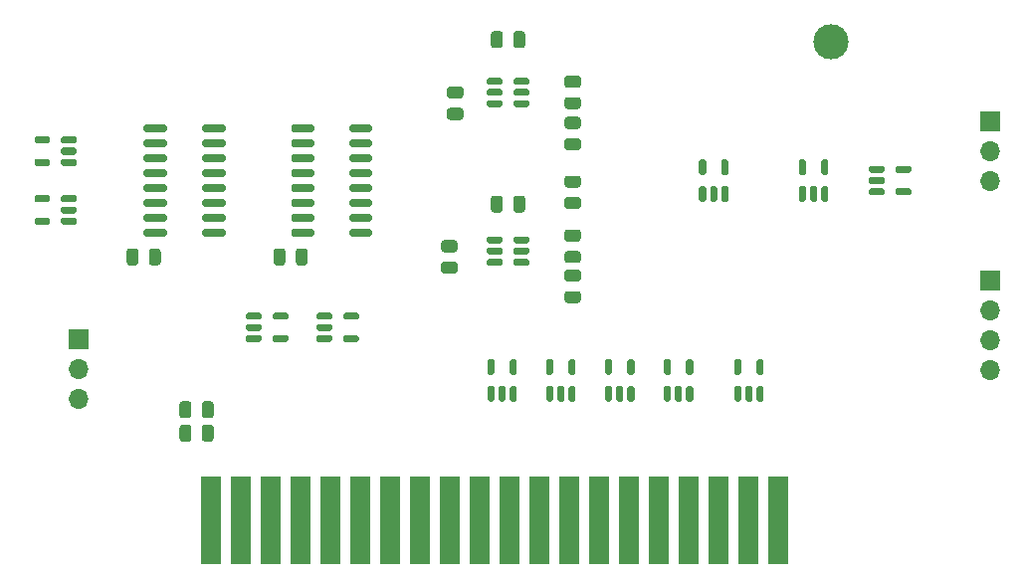
<source format=gbr>
G04 #@! TF.GenerationSoftware,KiCad,Pcbnew,(5.1.8)-1*
G04 #@! TF.CreationDate,2021-02-24T11:35:28+01:00*
G04 #@! TF.ProjectId,UART_peripheral_card_A,55415254-5f70-4657-9269-70686572616c,A V1.0*
G04 #@! TF.SameCoordinates,PX4fa1be0PY3fe56c0*
G04 #@! TF.FileFunction,Soldermask,Top*
G04 #@! TF.FilePolarity,Negative*
%FSLAX46Y46*%
G04 Gerber Fmt 4.6, Leading zero omitted, Abs format (unit mm)*
G04 Created by KiCad (PCBNEW (5.1.8)-1) date 2021-02-24 11:35:28*
%MOMM*%
%LPD*%
G01*
G04 APERTURE LIST*
%ADD10R,1.700000X7.500000*%
%ADD11C,3.000000*%
%ADD12R,1.700000X1.700000*%
%ADD13O,1.700000X1.700000*%
G04 APERTURE END LIST*
D10*
X72500000Y-49900000D03*
X69960000Y-49900000D03*
X67420000Y-49900000D03*
X64880000Y-49900000D03*
X62340000Y-49900000D03*
X59800000Y-49900000D03*
X57260000Y-49900000D03*
X54720000Y-49900000D03*
X52180000Y-49900000D03*
X49640000Y-49900000D03*
X47100000Y-49900000D03*
X44560000Y-49900000D03*
X42020000Y-49900000D03*
X39480000Y-49900000D03*
X36940000Y-49900000D03*
X34400000Y-49900000D03*
X24240000Y-49900000D03*
X26780000Y-49900000D03*
X29320000Y-49900000D03*
X31860000Y-49900000D03*
D11*
X77000000Y-9200000D03*
G36*
G01*
X24450000Y-42025000D02*
X24450000Y-42975000D01*
G75*
G02*
X24200000Y-43225000I-250000J0D01*
G01*
X23700000Y-43225000D01*
G75*
G02*
X23450000Y-42975000I0J250000D01*
G01*
X23450000Y-42025000D01*
G75*
G02*
X23700000Y-41775000I250000J0D01*
G01*
X24200000Y-41775000D01*
G75*
G02*
X24450000Y-42025000I0J-250000D01*
G01*
G37*
G36*
G01*
X22550000Y-42025000D02*
X22550000Y-42975000D01*
G75*
G02*
X22300000Y-43225000I-250000J0D01*
G01*
X21800000Y-43225000D01*
G75*
G02*
X21550000Y-42975000I0J250000D01*
G01*
X21550000Y-42025000D01*
G75*
G02*
X21800000Y-41775000I250000J0D01*
G01*
X22300000Y-41775000D01*
G75*
G02*
X22550000Y-42025000I0J-250000D01*
G01*
G37*
G36*
G01*
X22550000Y-40025000D02*
X22550000Y-40975000D01*
G75*
G02*
X22300000Y-41225000I-250000J0D01*
G01*
X21800000Y-41225000D01*
G75*
G02*
X21550000Y-40975000I0J250000D01*
G01*
X21550000Y-40025000D01*
G75*
G02*
X21800000Y-39775000I250000J0D01*
G01*
X22300000Y-39775000D01*
G75*
G02*
X22550000Y-40025000I0J-250000D01*
G01*
G37*
G36*
G01*
X24450000Y-40025000D02*
X24450000Y-40975000D01*
G75*
G02*
X24200000Y-41225000I-250000J0D01*
G01*
X23700000Y-41225000D01*
G75*
G02*
X23450000Y-40975000I0J250000D01*
G01*
X23450000Y-40025000D01*
G75*
G02*
X23700000Y-39775000I250000J0D01*
G01*
X24200000Y-39775000D01*
G75*
G02*
X24450000Y-40025000I0J-250000D01*
G01*
G37*
G36*
G01*
X49050000Y-22525000D02*
X49050000Y-23475000D01*
G75*
G02*
X48800000Y-23725000I-250000J0D01*
G01*
X48300000Y-23725000D01*
G75*
G02*
X48050000Y-23475000I0J250000D01*
G01*
X48050000Y-22525000D01*
G75*
G02*
X48300000Y-22275000I250000J0D01*
G01*
X48800000Y-22275000D01*
G75*
G02*
X49050000Y-22525000I0J-250000D01*
G01*
G37*
G36*
G01*
X50950000Y-22525000D02*
X50950000Y-23475000D01*
G75*
G02*
X50700000Y-23725000I-250000J0D01*
G01*
X50200000Y-23725000D01*
G75*
G02*
X49950000Y-23475000I0J250000D01*
G01*
X49950000Y-22525000D01*
G75*
G02*
X50200000Y-22275000I250000J0D01*
G01*
X50700000Y-22275000D01*
G75*
G02*
X50950000Y-22525000I0J-250000D01*
G01*
G37*
G36*
G01*
X17050000Y-27975000D02*
X17050000Y-27025000D01*
G75*
G02*
X17300000Y-26775000I250000J0D01*
G01*
X17800000Y-26775000D01*
G75*
G02*
X18050000Y-27025000I0J-250000D01*
G01*
X18050000Y-27975000D01*
G75*
G02*
X17800000Y-28225000I-250000J0D01*
G01*
X17300000Y-28225000D01*
G75*
G02*
X17050000Y-27975000I0J250000D01*
G01*
G37*
G36*
G01*
X18950000Y-27975000D02*
X18950000Y-27025000D01*
G75*
G02*
X19200000Y-26775000I250000J0D01*
G01*
X19700000Y-26775000D01*
G75*
G02*
X19950000Y-27025000I0J-250000D01*
G01*
X19950000Y-27975000D01*
G75*
G02*
X19700000Y-28225000I-250000J0D01*
G01*
X19200000Y-28225000D01*
G75*
G02*
X18950000Y-27975000I0J250000D01*
G01*
G37*
G36*
G01*
X50950000Y-8525000D02*
X50950000Y-9475000D01*
G75*
G02*
X50700000Y-9725000I-250000J0D01*
G01*
X50200000Y-9725000D01*
G75*
G02*
X49950000Y-9475000I0J250000D01*
G01*
X49950000Y-8525000D01*
G75*
G02*
X50200000Y-8275000I250000J0D01*
G01*
X50700000Y-8275000D01*
G75*
G02*
X50950000Y-8525000I0J-250000D01*
G01*
G37*
G36*
G01*
X49050000Y-8525000D02*
X49050000Y-9475000D01*
G75*
G02*
X48800000Y-9725000I-250000J0D01*
G01*
X48300000Y-9725000D01*
G75*
G02*
X48050000Y-9475000I0J250000D01*
G01*
X48050000Y-8525000D01*
G75*
G02*
X48300000Y-8275000I250000J0D01*
G01*
X48800000Y-8275000D01*
G75*
G02*
X49050000Y-8525000I0J-250000D01*
G01*
G37*
G36*
G01*
X31450000Y-27975000D02*
X31450000Y-27025000D01*
G75*
G02*
X31700000Y-26775000I250000J0D01*
G01*
X32200000Y-26775000D01*
G75*
G02*
X32450000Y-27025000I0J-250000D01*
G01*
X32450000Y-27975000D01*
G75*
G02*
X32200000Y-28225000I-250000J0D01*
G01*
X31700000Y-28225000D01*
G75*
G02*
X31450000Y-27975000I0J250000D01*
G01*
G37*
G36*
G01*
X29550000Y-27975000D02*
X29550000Y-27025000D01*
G75*
G02*
X29800000Y-26775000I250000J0D01*
G01*
X30300000Y-26775000D01*
G75*
G02*
X30550000Y-27025000I0J-250000D01*
G01*
X30550000Y-27975000D01*
G75*
G02*
X30300000Y-28225000I-250000J0D01*
G01*
X29800000Y-28225000D01*
G75*
G02*
X29550000Y-27975000I0J250000D01*
G01*
G37*
D12*
X90500000Y-29500000D03*
D13*
X90500000Y-32040000D03*
X90500000Y-34580000D03*
X90500000Y-37120000D03*
D12*
X90500000Y-16000000D03*
D13*
X90500000Y-18540000D03*
X90500000Y-21080000D03*
D12*
X13000000Y-34500000D03*
D13*
X13000000Y-37040000D03*
X13000000Y-39580000D03*
G36*
G01*
X54549999Y-26987500D02*
X55450001Y-26987500D01*
G75*
G02*
X55700000Y-27237499I0J-249999D01*
G01*
X55700000Y-27762501D01*
G75*
G02*
X55450001Y-28012500I-249999J0D01*
G01*
X54549999Y-28012500D01*
G75*
G02*
X54300000Y-27762501I0J249999D01*
G01*
X54300000Y-27237499D01*
G75*
G02*
X54549999Y-26987500I249999J0D01*
G01*
G37*
G36*
G01*
X54549999Y-25162500D02*
X55450001Y-25162500D01*
G75*
G02*
X55700000Y-25412499I0J-249999D01*
G01*
X55700000Y-25937501D01*
G75*
G02*
X55450001Y-26187500I-249999J0D01*
G01*
X54549999Y-26187500D01*
G75*
G02*
X54300000Y-25937501I0J249999D01*
G01*
X54300000Y-25412499D01*
G75*
G02*
X54549999Y-25162500I249999J0D01*
G01*
G37*
G36*
G01*
X54549999Y-28575000D02*
X55450001Y-28575000D01*
G75*
G02*
X55700000Y-28824999I0J-249999D01*
G01*
X55700000Y-29350001D01*
G75*
G02*
X55450001Y-29600000I-249999J0D01*
G01*
X54549999Y-29600000D01*
G75*
G02*
X54300000Y-29350001I0J249999D01*
G01*
X54300000Y-28824999D01*
G75*
G02*
X54549999Y-28575000I249999J0D01*
G01*
G37*
G36*
G01*
X54549999Y-30400000D02*
X55450001Y-30400000D01*
G75*
G02*
X55700000Y-30649999I0J-249999D01*
G01*
X55700000Y-31175001D01*
G75*
G02*
X55450001Y-31425000I-249999J0D01*
G01*
X54549999Y-31425000D01*
G75*
G02*
X54300000Y-31175001I0J249999D01*
G01*
X54300000Y-30649999D01*
G75*
G02*
X54549999Y-30400000I249999J0D01*
G01*
G37*
G36*
G01*
X44950001Y-27100000D02*
X44049999Y-27100000D01*
G75*
G02*
X43800000Y-26850001I0J249999D01*
G01*
X43800000Y-26324999D01*
G75*
G02*
X44049999Y-26075000I249999J0D01*
G01*
X44950001Y-26075000D01*
G75*
G02*
X45200000Y-26324999I0J-249999D01*
G01*
X45200000Y-26850001D01*
G75*
G02*
X44950001Y-27100000I-249999J0D01*
G01*
G37*
G36*
G01*
X44950001Y-28925000D02*
X44049999Y-28925000D01*
G75*
G02*
X43800000Y-28675001I0J249999D01*
G01*
X43800000Y-28149999D01*
G75*
G02*
X44049999Y-27900000I249999J0D01*
G01*
X44950001Y-27900000D01*
G75*
G02*
X45200000Y-28149999I0J-249999D01*
G01*
X45200000Y-28675001D01*
G75*
G02*
X44950001Y-28925000I-249999J0D01*
G01*
G37*
G36*
G01*
X54549999Y-13900000D02*
X55450001Y-13900000D01*
G75*
G02*
X55700000Y-14149999I0J-249999D01*
G01*
X55700000Y-14675001D01*
G75*
G02*
X55450001Y-14925000I-249999J0D01*
G01*
X54549999Y-14925000D01*
G75*
G02*
X54300000Y-14675001I0J249999D01*
G01*
X54300000Y-14149999D01*
G75*
G02*
X54549999Y-13900000I249999J0D01*
G01*
G37*
G36*
G01*
X54549999Y-12075000D02*
X55450001Y-12075000D01*
G75*
G02*
X55700000Y-12324999I0J-249999D01*
G01*
X55700000Y-12850001D01*
G75*
G02*
X55450001Y-13100000I-249999J0D01*
G01*
X54549999Y-13100000D01*
G75*
G02*
X54300000Y-12850001I0J249999D01*
G01*
X54300000Y-12324999D01*
G75*
G02*
X54549999Y-12075000I249999J0D01*
G01*
G37*
G36*
G01*
X54549999Y-17400000D02*
X55450001Y-17400000D01*
G75*
G02*
X55700000Y-17649999I0J-249999D01*
G01*
X55700000Y-18175001D01*
G75*
G02*
X55450001Y-18425000I-249999J0D01*
G01*
X54549999Y-18425000D01*
G75*
G02*
X54300000Y-18175001I0J249999D01*
G01*
X54300000Y-17649999D01*
G75*
G02*
X54549999Y-17400000I249999J0D01*
G01*
G37*
G36*
G01*
X54549999Y-15575000D02*
X55450001Y-15575000D01*
G75*
G02*
X55700000Y-15824999I0J-249999D01*
G01*
X55700000Y-16350001D01*
G75*
G02*
X55450001Y-16600000I-249999J0D01*
G01*
X54549999Y-16600000D01*
G75*
G02*
X54300000Y-16350001I0J249999D01*
G01*
X54300000Y-15824999D01*
G75*
G02*
X54549999Y-15575000I249999J0D01*
G01*
G37*
G36*
G01*
X45450001Y-15837500D02*
X44549999Y-15837500D01*
G75*
G02*
X44300000Y-15587501I0J249999D01*
G01*
X44300000Y-15062499D01*
G75*
G02*
X44549999Y-14812500I249999J0D01*
G01*
X45450001Y-14812500D01*
G75*
G02*
X45700000Y-15062499I0J-249999D01*
G01*
X45700000Y-15587501D01*
G75*
G02*
X45450001Y-15837500I-249999J0D01*
G01*
G37*
G36*
G01*
X45450001Y-14012500D02*
X44549999Y-14012500D01*
G75*
G02*
X44300000Y-13762501I0J249999D01*
G01*
X44300000Y-13237499D01*
G75*
G02*
X44549999Y-12987500I249999J0D01*
G01*
X45450001Y-12987500D01*
G75*
G02*
X45700000Y-13237499I0J-249999D01*
G01*
X45700000Y-13762501D01*
G75*
G02*
X45450001Y-14012500I-249999J0D01*
G01*
G37*
G36*
G01*
X55450001Y-21600000D02*
X54549999Y-21600000D01*
G75*
G02*
X54300000Y-21350001I0J249999D01*
G01*
X54300000Y-20824999D01*
G75*
G02*
X54549999Y-20575000I249999J0D01*
G01*
X55450001Y-20575000D01*
G75*
G02*
X55700000Y-20824999I0J-249999D01*
G01*
X55700000Y-21350001D01*
G75*
G02*
X55450001Y-21600000I-249999J0D01*
G01*
G37*
G36*
G01*
X55450001Y-23425000D02*
X54549999Y-23425000D01*
G75*
G02*
X54300000Y-23175001I0J249999D01*
G01*
X54300000Y-22649999D01*
G75*
G02*
X54549999Y-22400000I249999J0D01*
G01*
X55450001Y-22400000D01*
G75*
G02*
X55700000Y-22649999I0J-249999D01*
G01*
X55700000Y-23175001D01*
G75*
G02*
X55450001Y-23425000I-249999J0D01*
G01*
G37*
G36*
G01*
X48200000Y-37525000D02*
X47900000Y-37525000D01*
G75*
G02*
X47750000Y-37375000I0J150000D01*
G01*
X47750000Y-36350000D01*
G75*
G02*
X47900000Y-36200000I150000J0D01*
G01*
X48200000Y-36200000D01*
G75*
G02*
X48350000Y-36350000I0J-150000D01*
G01*
X48350000Y-37375000D01*
G75*
G02*
X48200000Y-37525000I-150000J0D01*
G01*
G37*
G36*
G01*
X50100000Y-37525000D02*
X49800000Y-37525000D01*
G75*
G02*
X49650000Y-37375000I0J150000D01*
G01*
X49650000Y-36350000D01*
G75*
G02*
X49800000Y-36200000I150000J0D01*
G01*
X50100000Y-36200000D01*
G75*
G02*
X50250000Y-36350000I0J-150000D01*
G01*
X50250000Y-37375000D01*
G75*
G02*
X50100000Y-37525000I-150000J0D01*
G01*
G37*
G36*
G01*
X50100000Y-39800000D02*
X49800000Y-39800000D01*
G75*
G02*
X49650000Y-39650000I0J150000D01*
G01*
X49650000Y-38625000D01*
G75*
G02*
X49800000Y-38475000I150000J0D01*
G01*
X50100000Y-38475000D01*
G75*
G02*
X50250000Y-38625000I0J-150000D01*
G01*
X50250000Y-39650000D01*
G75*
G02*
X50100000Y-39800000I-150000J0D01*
G01*
G37*
G36*
G01*
X49150000Y-39800000D02*
X48850000Y-39800000D01*
G75*
G02*
X48700000Y-39650000I0J150000D01*
G01*
X48700000Y-38625000D01*
G75*
G02*
X48850000Y-38475000I150000J0D01*
G01*
X49150000Y-38475000D01*
G75*
G02*
X49300000Y-38625000I0J-150000D01*
G01*
X49300000Y-39650000D01*
G75*
G02*
X49150000Y-39800000I-150000J0D01*
G01*
G37*
G36*
G01*
X48200000Y-39800000D02*
X47900000Y-39800000D01*
G75*
G02*
X47750000Y-39650000I0J150000D01*
G01*
X47750000Y-38625000D01*
G75*
G02*
X47900000Y-38475000I150000J0D01*
G01*
X48200000Y-38475000D01*
G75*
G02*
X48350000Y-38625000I0J-150000D01*
G01*
X48350000Y-39650000D01*
G75*
G02*
X48200000Y-39800000I-150000J0D01*
G01*
G37*
G36*
G01*
X53200000Y-39800000D02*
X52900000Y-39800000D01*
G75*
G02*
X52750000Y-39650000I0J150000D01*
G01*
X52750000Y-38625000D01*
G75*
G02*
X52900000Y-38475000I150000J0D01*
G01*
X53200000Y-38475000D01*
G75*
G02*
X53350000Y-38625000I0J-150000D01*
G01*
X53350000Y-39650000D01*
G75*
G02*
X53200000Y-39800000I-150000J0D01*
G01*
G37*
G36*
G01*
X54150000Y-39800000D02*
X53850000Y-39800000D01*
G75*
G02*
X53700000Y-39650000I0J150000D01*
G01*
X53700000Y-38625000D01*
G75*
G02*
X53850000Y-38475000I150000J0D01*
G01*
X54150000Y-38475000D01*
G75*
G02*
X54300000Y-38625000I0J-150000D01*
G01*
X54300000Y-39650000D01*
G75*
G02*
X54150000Y-39800000I-150000J0D01*
G01*
G37*
G36*
G01*
X55100000Y-39800000D02*
X54800000Y-39800000D01*
G75*
G02*
X54650000Y-39650000I0J150000D01*
G01*
X54650000Y-38625000D01*
G75*
G02*
X54800000Y-38475000I150000J0D01*
G01*
X55100000Y-38475000D01*
G75*
G02*
X55250000Y-38625000I0J-150000D01*
G01*
X55250000Y-39650000D01*
G75*
G02*
X55100000Y-39800000I-150000J0D01*
G01*
G37*
G36*
G01*
X55100000Y-37525000D02*
X54800000Y-37525000D01*
G75*
G02*
X54650000Y-37375000I0J150000D01*
G01*
X54650000Y-36350000D01*
G75*
G02*
X54800000Y-36200000I150000J0D01*
G01*
X55100000Y-36200000D01*
G75*
G02*
X55250000Y-36350000I0J-150000D01*
G01*
X55250000Y-37375000D01*
G75*
G02*
X55100000Y-37525000I-150000J0D01*
G01*
G37*
G36*
G01*
X53200000Y-37525000D02*
X52900000Y-37525000D01*
G75*
G02*
X52750000Y-37375000I0J150000D01*
G01*
X52750000Y-36350000D01*
G75*
G02*
X52900000Y-36200000I150000J0D01*
G01*
X53200000Y-36200000D01*
G75*
G02*
X53350000Y-36350000I0J-150000D01*
G01*
X53350000Y-37375000D01*
G75*
G02*
X53200000Y-37525000I-150000J0D01*
G01*
G37*
G36*
G01*
X69200000Y-39800000D02*
X68900000Y-39800000D01*
G75*
G02*
X68750000Y-39650000I0J150000D01*
G01*
X68750000Y-38625000D01*
G75*
G02*
X68900000Y-38475000I150000J0D01*
G01*
X69200000Y-38475000D01*
G75*
G02*
X69350000Y-38625000I0J-150000D01*
G01*
X69350000Y-39650000D01*
G75*
G02*
X69200000Y-39800000I-150000J0D01*
G01*
G37*
G36*
G01*
X70150000Y-39800000D02*
X69850000Y-39800000D01*
G75*
G02*
X69700000Y-39650000I0J150000D01*
G01*
X69700000Y-38625000D01*
G75*
G02*
X69850000Y-38475000I150000J0D01*
G01*
X70150000Y-38475000D01*
G75*
G02*
X70300000Y-38625000I0J-150000D01*
G01*
X70300000Y-39650000D01*
G75*
G02*
X70150000Y-39800000I-150000J0D01*
G01*
G37*
G36*
G01*
X71100000Y-39800000D02*
X70800000Y-39800000D01*
G75*
G02*
X70650000Y-39650000I0J150000D01*
G01*
X70650000Y-38625000D01*
G75*
G02*
X70800000Y-38475000I150000J0D01*
G01*
X71100000Y-38475000D01*
G75*
G02*
X71250000Y-38625000I0J-150000D01*
G01*
X71250000Y-39650000D01*
G75*
G02*
X71100000Y-39800000I-150000J0D01*
G01*
G37*
G36*
G01*
X71100000Y-37525000D02*
X70800000Y-37525000D01*
G75*
G02*
X70650000Y-37375000I0J150000D01*
G01*
X70650000Y-36350000D01*
G75*
G02*
X70800000Y-36200000I150000J0D01*
G01*
X71100000Y-36200000D01*
G75*
G02*
X71250000Y-36350000I0J-150000D01*
G01*
X71250000Y-37375000D01*
G75*
G02*
X71100000Y-37525000I-150000J0D01*
G01*
G37*
G36*
G01*
X69200000Y-37525000D02*
X68900000Y-37525000D01*
G75*
G02*
X68750000Y-37375000I0J150000D01*
G01*
X68750000Y-36350000D01*
G75*
G02*
X68900000Y-36200000I150000J0D01*
G01*
X69200000Y-36200000D01*
G75*
G02*
X69350000Y-36350000I0J-150000D01*
G01*
X69350000Y-37375000D01*
G75*
G02*
X69200000Y-37525000I-150000J0D01*
G01*
G37*
G36*
G01*
X63200000Y-39800000D02*
X62900000Y-39800000D01*
G75*
G02*
X62750000Y-39650000I0J150000D01*
G01*
X62750000Y-38625000D01*
G75*
G02*
X62900000Y-38475000I150000J0D01*
G01*
X63200000Y-38475000D01*
G75*
G02*
X63350000Y-38625000I0J-150000D01*
G01*
X63350000Y-39650000D01*
G75*
G02*
X63200000Y-39800000I-150000J0D01*
G01*
G37*
G36*
G01*
X64150000Y-39800000D02*
X63850000Y-39800000D01*
G75*
G02*
X63700000Y-39650000I0J150000D01*
G01*
X63700000Y-38625000D01*
G75*
G02*
X63850000Y-38475000I150000J0D01*
G01*
X64150000Y-38475000D01*
G75*
G02*
X64300000Y-38625000I0J-150000D01*
G01*
X64300000Y-39650000D01*
G75*
G02*
X64150000Y-39800000I-150000J0D01*
G01*
G37*
G36*
G01*
X65100000Y-39800000D02*
X64800000Y-39800000D01*
G75*
G02*
X64650000Y-39650000I0J150000D01*
G01*
X64650000Y-38625000D01*
G75*
G02*
X64800000Y-38475000I150000J0D01*
G01*
X65100000Y-38475000D01*
G75*
G02*
X65250000Y-38625000I0J-150000D01*
G01*
X65250000Y-39650000D01*
G75*
G02*
X65100000Y-39800000I-150000J0D01*
G01*
G37*
G36*
G01*
X65100000Y-37525000D02*
X64800000Y-37525000D01*
G75*
G02*
X64650000Y-37375000I0J150000D01*
G01*
X64650000Y-36350000D01*
G75*
G02*
X64800000Y-36200000I150000J0D01*
G01*
X65100000Y-36200000D01*
G75*
G02*
X65250000Y-36350000I0J-150000D01*
G01*
X65250000Y-37375000D01*
G75*
G02*
X65100000Y-37525000I-150000J0D01*
G01*
G37*
G36*
G01*
X63200000Y-37525000D02*
X62900000Y-37525000D01*
G75*
G02*
X62750000Y-37375000I0J150000D01*
G01*
X62750000Y-36350000D01*
G75*
G02*
X62900000Y-36200000I150000J0D01*
G01*
X63200000Y-36200000D01*
G75*
G02*
X63350000Y-36350000I0J-150000D01*
G01*
X63350000Y-37375000D01*
G75*
G02*
X63200000Y-37525000I-150000J0D01*
G01*
G37*
G36*
G01*
X58200000Y-37525000D02*
X57900000Y-37525000D01*
G75*
G02*
X57750000Y-37375000I0J150000D01*
G01*
X57750000Y-36350000D01*
G75*
G02*
X57900000Y-36200000I150000J0D01*
G01*
X58200000Y-36200000D01*
G75*
G02*
X58350000Y-36350000I0J-150000D01*
G01*
X58350000Y-37375000D01*
G75*
G02*
X58200000Y-37525000I-150000J0D01*
G01*
G37*
G36*
G01*
X60100000Y-37525000D02*
X59800000Y-37525000D01*
G75*
G02*
X59650000Y-37375000I0J150000D01*
G01*
X59650000Y-36350000D01*
G75*
G02*
X59800000Y-36200000I150000J0D01*
G01*
X60100000Y-36200000D01*
G75*
G02*
X60250000Y-36350000I0J-150000D01*
G01*
X60250000Y-37375000D01*
G75*
G02*
X60100000Y-37525000I-150000J0D01*
G01*
G37*
G36*
G01*
X60100000Y-39800000D02*
X59800000Y-39800000D01*
G75*
G02*
X59650000Y-39650000I0J150000D01*
G01*
X59650000Y-38625000D01*
G75*
G02*
X59800000Y-38475000I150000J0D01*
G01*
X60100000Y-38475000D01*
G75*
G02*
X60250000Y-38625000I0J-150000D01*
G01*
X60250000Y-39650000D01*
G75*
G02*
X60100000Y-39800000I-150000J0D01*
G01*
G37*
G36*
G01*
X59150000Y-39800000D02*
X58850000Y-39800000D01*
G75*
G02*
X58700000Y-39650000I0J150000D01*
G01*
X58700000Y-38625000D01*
G75*
G02*
X58850000Y-38475000I150000J0D01*
G01*
X59150000Y-38475000D01*
G75*
G02*
X59300000Y-38625000I0J-150000D01*
G01*
X59300000Y-39650000D01*
G75*
G02*
X59150000Y-39800000I-150000J0D01*
G01*
G37*
G36*
G01*
X58200000Y-39800000D02*
X57900000Y-39800000D01*
G75*
G02*
X57750000Y-39650000I0J150000D01*
G01*
X57750000Y-38625000D01*
G75*
G02*
X57900000Y-38475000I150000J0D01*
G01*
X58200000Y-38475000D01*
G75*
G02*
X58350000Y-38625000I0J-150000D01*
G01*
X58350000Y-39650000D01*
G75*
G02*
X58200000Y-39800000I-150000J0D01*
G01*
G37*
G36*
G01*
X66200000Y-22800000D02*
X65900000Y-22800000D01*
G75*
G02*
X65750000Y-22650000I0J150000D01*
G01*
X65750000Y-21625000D01*
G75*
G02*
X65900000Y-21475000I150000J0D01*
G01*
X66200000Y-21475000D01*
G75*
G02*
X66350000Y-21625000I0J-150000D01*
G01*
X66350000Y-22650000D01*
G75*
G02*
X66200000Y-22800000I-150000J0D01*
G01*
G37*
G36*
G01*
X67150000Y-22800000D02*
X66850000Y-22800000D01*
G75*
G02*
X66700000Y-22650000I0J150000D01*
G01*
X66700000Y-21625000D01*
G75*
G02*
X66850000Y-21475000I150000J0D01*
G01*
X67150000Y-21475000D01*
G75*
G02*
X67300000Y-21625000I0J-150000D01*
G01*
X67300000Y-22650000D01*
G75*
G02*
X67150000Y-22800000I-150000J0D01*
G01*
G37*
G36*
G01*
X68100000Y-22800000D02*
X67800000Y-22800000D01*
G75*
G02*
X67650000Y-22650000I0J150000D01*
G01*
X67650000Y-21625000D01*
G75*
G02*
X67800000Y-21475000I150000J0D01*
G01*
X68100000Y-21475000D01*
G75*
G02*
X68250000Y-21625000I0J-150000D01*
G01*
X68250000Y-22650000D01*
G75*
G02*
X68100000Y-22800000I-150000J0D01*
G01*
G37*
G36*
G01*
X68100000Y-20525000D02*
X67800000Y-20525000D01*
G75*
G02*
X67650000Y-20375000I0J150000D01*
G01*
X67650000Y-19350000D01*
G75*
G02*
X67800000Y-19200000I150000J0D01*
G01*
X68100000Y-19200000D01*
G75*
G02*
X68250000Y-19350000I0J-150000D01*
G01*
X68250000Y-20375000D01*
G75*
G02*
X68100000Y-20525000I-150000J0D01*
G01*
G37*
G36*
G01*
X66200000Y-20525000D02*
X65900000Y-20525000D01*
G75*
G02*
X65750000Y-20375000I0J150000D01*
G01*
X65750000Y-19350000D01*
G75*
G02*
X65900000Y-19200000I150000J0D01*
G01*
X66200000Y-19200000D01*
G75*
G02*
X66350000Y-19350000I0J-150000D01*
G01*
X66350000Y-20375000D01*
G75*
G02*
X66200000Y-20525000I-150000J0D01*
G01*
G37*
G36*
G01*
X20500000Y-25295000D02*
X20500000Y-25595000D01*
G75*
G02*
X20350000Y-25745000I-150000J0D01*
G01*
X18650000Y-25745000D01*
G75*
G02*
X18500000Y-25595000I0J150000D01*
G01*
X18500000Y-25295000D01*
G75*
G02*
X18650000Y-25145000I150000J0D01*
G01*
X20350000Y-25145000D01*
G75*
G02*
X20500000Y-25295000I0J-150000D01*
G01*
G37*
G36*
G01*
X20500000Y-24025000D02*
X20500000Y-24325000D01*
G75*
G02*
X20350000Y-24475000I-150000J0D01*
G01*
X18650000Y-24475000D01*
G75*
G02*
X18500000Y-24325000I0J150000D01*
G01*
X18500000Y-24025000D01*
G75*
G02*
X18650000Y-23875000I150000J0D01*
G01*
X20350000Y-23875000D01*
G75*
G02*
X20500000Y-24025000I0J-150000D01*
G01*
G37*
G36*
G01*
X20500000Y-22755000D02*
X20500000Y-23055000D01*
G75*
G02*
X20350000Y-23205000I-150000J0D01*
G01*
X18650000Y-23205000D01*
G75*
G02*
X18500000Y-23055000I0J150000D01*
G01*
X18500000Y-22755000D01*
G75*
G02*
X18650000Y-22605000I150000J0D01*
G01*
X20350000Y-22605000D01*
G75*
G02*
X20500000Y-22755000I0J-150000D01*
G01*
G37*
G36*
G01*
X20500000Y-21485000D02*
X20500000Y-21785000D01*
G75*
G02*
X20350000Y-21935000I-150000J0D01*
G01*
X18650000Y-21935000D01*
G75*
G02*
X18500000Y-21785000I0J150000D01*
G01*
X18500000Y-21485000D01*
G75*
G02*
X18650000Y-21335000I150000J0D01*
G01*
X20350000Y-21335000D01*
G75*
G02*
X20500000Y-21485000I0J-150000D01*
G01*
G37*
G36*
G01*
X20500000Y-20215000D02*
X20500000Y-20515000D01*
G75*
G02*
X20350000Y-20665000I-150000J0D01*
G01*
X18650000Y-20665000D01*
G75*
G02*
X18500000Y-20515000I0J150000D01*
G01*
X18500000Y-20215000D01*
G75*
G02*
X18650000Y-20065000I150000J0D01*
G01*
X20350000Y-20065000D01*
G75*
G02*
X20500000Y-20215000I0J-150000D01*
G01*
G37*
G36*
G01*
X20500000Y-18945000D02*
X20500000Y-19245000D01*
G75*
G02*
X20350000Y-19395000I-150000J0D01*
G01*
X18650000Y-19395000D01*
G75*
G02*
X18500000Y-19245000I0J150000D01*
G01*
X18500000Y-18945000D01*
G75*
G02*
X18650000Y-18795000I150000J0D01*
G01*
X20350000Y-18795000D01*
G75*
G02*
X20500000Y-18945000I0J-150000D01*
G01*
G37*
G36*
G01*
X20500000Y-17675000D02*
X20500000Y-17975000D01*
G75*
G02*
X20350000Y-18125000I-150000J0D01*
G01*
X18650000Y-18125000D01*
G75*
G02*
X18500000Y-17975000I0J150000D01*
G01*
X18500000Y-17675000D01*
G75*
G02*
X18650000Y-17525000I150000J0D01*
G01*
X20350000Y-17525000D01*
G75*
G02*
X20500000Y-17675000I0J-150000D01*
G01*
G37*
G36*
G01*
X20500000Y-16405000D02*
X20500000Y-16705000D01*
G75*
G02*
X20350000Y-16855000I-150000J0D01*
G01*
X18650000Y-16855000D01*
G75*
G02*
X18500000Y-16705000I0J150000D01*
G01*
X18500000Y-16405000D01*
G75*
G02*
X18650000Y-16255000I150000J0D01*
G01*
X20350000Y-16255000D01*
G75*
G02*
X20500000Y-16405000I0J-150000D01*
G01*
G37*
G36*
G01*
X25500000Y-16405000D02*
X25500000Y-16705000D01*
G75*
G02*
X25350000Y-16855000I-150000J0D01*
G01*
X23650000Y-16855000D01*
G75*
G02*
X23500000Y-16705000I0J150000D01*
G01*
X23500000Y-16405000D01*
G75*
G02*
X23650000Y-16255000I150000J0D01*
G01*
X25350000Y-16255000D01*
G75*
G02*
X25500000Y-16405000I0J-150000D01*
G01*
G37*
G36*
G01*
X25500000Y-17675000D02*
X25500000Y-17975000D01*
G75*
G02*
X25350000Y-18125000I-150000J0D01*
G01*
X23650000Y-18125000D01*
G75*
G02*
X23500000Y-17975000I0J150000D01*
G01*
X23500000Y-17675000D01*
G75*
G02*
X23650000Y-17525000I150000J0D01*
G01*
X25350000Y-17525000D01*
G75*
G02*
X25500000Y-17675000I0J-150000D01*
G01*
G37*
G36*
G01*
X25500000Y-18945000D02*
X25500000Y-19245000D01*
G75*
G02*
X25350000Y-19395000I-150000J0D01*
G01*
X23650000Y-19395000D01*
G75*
G02*
X23500000Y-19245000I0J150000D01*
G01*
X23500000Y-18945000D01*
G75*
G02*
X23650000Y-18795000I150000J0D01*
G01*
X25350000Y-18795000D01*
G75*
G02*
X25500000Y-18945000I0J-150000D01*
G01*
G37*
G36*
G01*
X25500000Y-20215000D02*
X25500000Y-20515000D01*
G75*
G02*
X25350000Y-20665000I-150000J0D01*
G01*
X23650000Y-20665000D01*
G75*
G02*
X23500000Y-20515000I0J150000D01*
G01*
X23500000Y-20215000D01*
G75*
G02*
X23650000Y-20065000I150000J0D01*
G01*
X25350000Y-20065000D01*
G75*
G02*
X25500000Y-20215000I0J-150000D01*
G01*
G37*
G36*
G01*
X25500000Y-21485000D02*
X25500000Y-21785000D01*
G75*
G02*
X25350000Y-21935000I-150000J0D01*
G01*
X23650000Y-21935000D01*
G75*
G02*
X23500000Y-21785000I0J150000D01*
G01*
X23500000Y-21485000D01*
G75*
G02*
X23650000Y-21335000I150000J0D01*
G01*
X25350000Y-21335000D01*
G75*
G02*
X25500000Y-21485000I0J-150000D01*
G01*
G37*
G36*
G01*
X25500000Y-22755000D02*
X25500000Y-23055000D01*
G75*
G02*
X25350000Y-23205000I-150000J0D01*
G01*
X23650000Y-23205000D01*
G75*
G02*
X23500000Y-23055000I0J150000D01*
G01*
X23500000Y-22755000D01*
G75*
G02*
X23650000Y-22605000I150000J0D01*
G01*
X25350000Y-22605000D01*
G75*
G02*
X25500000Y-22755000I0J-150000D01*
G01*
G37*
G36*
G01*
X25500000Y-24025000D02*
X25500000Y-24325000D01*
G75*
G02*
X25350000Y-24475000I-150000J0D01*
G01*
X23650000Y-24475000D01*
G75*
G02*
X23500000Y-24325000I0J150000D01*
G01*
X23500000Y-24025000D01*
G75*
G02*
X23650000Y-23875000I150000J0D01*
G01*
X25350000Y-23875000D01*
G75*
G02*
X25500000Y-24025000I0J-150000D01*
G01*
G37*
G36*
G01*
X25500000Y-25295000D02*
X25500000Y-25595000D01*
G75*
G02*
X25350000Y-25745000I-150000J0D01*
G01*
X23650000Y-25745000D01*
G75*
G02*
X23500000Y-25595000I0J150000D01*
G01*
X23500000Y-25295000D01*
G75*
G02*
X23650000Y-25145000I150000J0D01*
G01*
X25350000Y-25145000D01*
G75*
G02*
X25500000Y-25295000I0J-150000D01*
G01*
G37*
G36*
G01*
X47700000Y-26200000D02*
X47700000Y-25900000D01*
G75*
G02*
X47850000Y-25750000I150000J0D01*
G01*
X48875000Y-25750000D01*
G75*
G02*
X49025000Y-25900000I0J-150000D01*
G01*
X49025000Y-26200000D01*
G75*
G02*
X48875000Y-26350000I-150000J0D01*
G01*
X47850000Y-26350000D01*
G75*
G02*
X47700000Y-26200000I0J150000D01*
G01*
G37*
G36*
G01*
X47700000Y-27150000D02*
X47700000Y-26850000D01*
G75*
G02*
X47850000Y-26700000I150000J0D01*
G01*
X48875000Y-26700000D01*
G75*
G02*
X49025000Y-26850000I0J-150000D01*
G01*
X49025000Y-27150000D01*
G75*
G02*
X48875000Y-27300000I-150000J0D01*
G01*
X47850000Y-27300000D01*
G75*
G02*
X47700000Y-27150000I0J150000D01*
G01*
G37*
G36*
G01*
X47700000Y-28100000D02*
X47700000Y-27800000D01*
G75*
G02*
X47850000Y-27650000I150000J0D01*
G01*
X48875000Y-27650000D01*
G75*
G02*
X49025000Y-27800000I0J-150000D01*
G01*
X49025000Y-28100000D01*
G75*
G02*
X48875000Y-28250000I-150000J0D01*
G01*
X47850000Y-28250000D01*
G75*
G02*
X47700000Y-28100000I0J150000D01*
G01*
G37*
G36*
G01*
X49975000Y-28100000D02*
X49975000Y-27800000D01*
G75*
G02*
X50125000Y-27650000I150000J0D01*
G01*
X51150000Y-27650000D01*
G75*
G02*
X51300000Y-27800000I0J-150000D01*
G01*
X51300000Y-28100000D01*
G75*
G02*
X51150000Y-28250000I-150000J0D01*
G01*
X50125000Y-28250000D01*
G75*
G02*
X49975000Y-28100000I0J150000D01*
G01*
G37*
G36*
G01*
X49975000Y-27150000D02*
X49975000Y-26850000D01*
G75*
G02*
X50125000Y-26700000I150000J0D01*
G01*
X51150000Y-26700000D01*
G75*
G02*
X51300000Y-26850000I0J-150000D01*
G01*
X51300000Y-27150000D01*
G75*
G02*
X51150000Y-27300000I-150000J0D01*
G01*
X50125000Y-27300000D01*
G75*
G02*
X49975000Y-27150000I0J150000D01*
G01*
G37*
G36*
G01*
X49975000Y-26200000D02*
X49975000Y-25900000D01*
G75*
G02*
X50125000Y-25750000I150000J0D01*
G01*
X51150000Y-25750000D01*
G75*
G02*
X51300000Y-25900000I0J-150000D01*
G01*
X51300000Y-26200000D01*
G75*
G02*
X51150000Y-26350000I-150000J0D01*
G01*
X50125000Y-26350000D01*
G75*
G02*
X49975000Y-26200000I0J150000D01*
G01*
G37*
G36*
G01*
X49975000Y-12700000D02*
X49975000Y-12400000D01*
G75*
G02*
X50125000Y-12250000I150000J0D01*
G01*
X51150000Y-12250000D01*
G75*
G02*
X51300000Y-12400000I0J-150000D01*
G01*
X51300000Y-12700000D01*
G75*
G02*
X51150000Y-12850000I-150000J0D01*
G01*
X50125000Y-12850000D01*
G75*
G02*
X49975000Y-12700000I0J150000D01*
G01*
G37*
G36*
G01*
X49975000Y-13650000D02*
X49975000Y-13350000D01*
G75*
G02*
X50125000Y-13200000I150000J0D01*
G01*
X51150000Y-13200000D01*
G75*
G02*
X51300000Y-13350000I0J-150000D01*
G01*
X51300000Y-13650000D01*
G75*
G02*
X51150000Y-13800000I-150000J0D01*
G01*
X50125000Y-13800000D01*
G75*
G02*
X49975000Y-13650000I0J150000D01*
G01*
G37*
G36*
G01*
X49975000Y-14600000D02*
X49975000Y-14300000D01*
G75*
G02*
X50125000Y-14150000I150000J0D01*
G01*
X51150000Y-14150000D01*
G75*
G02*
X51300000Y-14300000I0J-150000D01*
G01*
X51300000Y-14600000D01*
G75*
G02*
X51150000Y-14750000I-150000J0D01*
G01*
X50125000Y-14750000D01*
G75*
G02*
X49975000Y-14600000I0J150000D01*
G01*
G37*
G36*
G01*
X47700000Y-14600000D02*
X47700000Y-14300000D01*
G75*
G02*
X47850000Y-14150000I150000J0D01*
G01*
X48875000Y-14150000D01*
G75*
G02*
X49025000Y-14300000I0J-150000D01*
G01*
X49025000Y-14600000D01*
G75*
G02*
X48875000Y-14750000I-150000J0D01*
G01*
X47850000Y-14750000D01*
G75*
G02*
X47700000Y-14600000I0J150000D01*
G01*
G37*
G36*
G01*
X47700000Y-13650000D02*
X47700000Y-13350000D01*
G75*
G02*
X47850000Y-13200000I150000J0D01*
G01*
X48875000Y-13200000D01*
G75*
G02*
X49025000Y-13350000I0J-150000D01*
G01*
X49025000Y-13650000D01*
G75*
G02*
X48875000Y-13800000I-150000J0D01*
G01*
X47850000Y-13800000D01*
G75*
G02*
X47700000Y-13650000I0J150000D01*
G01*
G37*
G36*
G01*
X47700000Y-12700000D02*
X47700000Y-12400000D01*
G75*
G02*
X47850000Y-12250000I150000J0D01*
G01*
X48875000Y-12250000D01*
G75*
G02*
X49025000Y-12400000I0J-150000D01*
G01*
X49025000Y-12700000D01*
G75*
G02*
X48875000Y-12850000I-150000J0D01*
G01*
X47850000Y-12850000D01*
G75*
G02*
X47700000Y-12700000I0J150000D01*
G01*
G37*
G36*
G01*
X12800000Y-24300000D02*
X12800000Y-24600000D01*
G75*
G02*
X12650000Y-24750000I-150000J0D01*
G01*
X11625000Y-24750000D01*
G75*
G02*
X11475000Y-24600000I0J150000D01*
G01*
X11475000Y-24300000D01*
G75*
G02*
X11625000Y-24150000I150000J0D01*
G01*
X12650000Y-24150000D01*
G75*
G02*
X12800000Y-24300000I0J-150000D01*
G01*
G37*
G36*
G01*
X12800000Y-23350000D02*
X12800000Y-23650000D01*
G75*
G02*
X12650000Y-23800000I-150000J0D01*
G01*
X11625000Y-23800000D01*
G75*
G02*
X11475000Y-23650000I0J150000D01*
G01*
X11475000Y-23350000D01*
G75*
G02*
X11625000Y-23200000I150000J0D01*
G01*
X12650000Y-23200000D01*
G75*
G02*
X12800000Y-23350000I0J-150000D01*
G01*
G37*
G36*
G01*
X12800000Y-22400000D02*
X12800000Y-22700000D01*
G75*
G02*
X12650000Y-22850000I-150000J0D01*
G01*
X11625000Y-22850000D01*
G75*
G02*
X11475000Y-22700000I0J150000D01*
G01*
X11475000Y-22400000D01*
G75*
G02*
X11625000Y-22250000I150000J0D01*
G01*
X12650000Y-22250000D01*
G75*
G02*
X12800000Y-22400000I0J-150000D01*
G01*
G37*
G36*
G01*
X10525000Y-22400000D02*
X10525000Y-22700000D01*
G75*
G02*
X10375000Y-22850000I-150000J0D01*
G01*
X9350000Y-22850000D01*
G75*
G02*
X9200000Y-22700000I0J150000D01*
G01*
X9200000Y-22400000D01*
G75*
G02*
X9350000Y-22250000I150000J0D01*
G01*
X10375000Y-22250000D01*
G75*
G02*
X10525000Y-22400000I0J-150000D01*
G01*
G37*
G36*
G01*
X10525000Y-24300000D02*
X10525000Y-24600000D01*
G75*
G02*
X10375000Y-24750000I-150000J0D01*
G01*
X9350000Y-24750000D01*
G75*
G02*
X9200000Y-24600000I0J150000D01*
G01*
X9200000Y-24300000D01*
G75*
G02*
X9350000Y-24150000I150000J0D01*
G01*
X10375000Y-24150000D01*
G75*
G02*
X10525000Y-24300000I0J-150000D01*
G01*
G37*
G36*
G01*
X10525000Y-19300000D02*
X10525000Y-19600000D01*
G75*
G02*
X10375000Y-19750000I-150000J0D01*
G01*
X9350000Y-19750000D01*
G75*
G02*
X9200000Y-19600000I0J150000D01*
G01*
X9200000Y-19300000D01*
G75*
G02*
X9350000Y-19150000I150000J0D01*
G01*
X10375000Y-19150000D01*
G75*
G02*
X10525000Y-19300000I0J-150000D01*
G01*
G37*
G36*
G01*
X10525000Y-17400000D02*
X10525000Y-17700000D01*
G75*
G02*
X10375000Y-17850000I-150000J0D01*
G01*
X9350000Y-17850000D01*
G75*
G02*
X9200000Y-17700000I0J150000D01*
G01*
X9200000Y-17400000D01*
G75*
G02*
X9350000Y-17250000I150000J0D01*
G01*
X10375000Y-17250000D01*
G75*
G02*
X10525000Y-17400000I0J-150000D01*
G01*
G37*
G36*
G01*
X12800000Y-17400000D02*
X12800000Y-17700000D01*
G75*
G02*
X12650000Y-17850000I-150000J0D01*
G01*
X11625000Y-17850000D01*
G75*
G02*
X11475000Y-17700000I0J150000D01*
G01*
X11475000Y-17400000D01*
G75*
G02*
X11625000Y-17250000I150000J0D01*
G01*
X12650000Y-17250000D01*
G75*
G02*
X12800000Y-17400000I0J-150000D01*
G01*
G37*
G36*
G01*
X12800000Y-18350000D02*
X12800000Y-18650000D01*
G75*
G02*
X12650000Y-18800000I-150000J0D01*
G01*
X11625000Y-18800000D01*
G75*
G02*
X11475000Y-18650000I0J150000D01*
G01*
X11475000Y-18350000D01*
G75*
G02*
X11625000Y-18200000I150000J0D01*
G01*
X12650000Y-18200000D01*
G75*
G02*
X12800000Y-18350000I0J-150000D01*
G01*
G37*
G36*
G01*
X12800000Y-19300000D02*
X12800000Y-19600000D01*
G75*
G02*
X12650000Y-19750000I-150000J0D01*
G01*
X11625000Y-19750000D01*
G75*
G02*
X11475000Y-19600000I0J150000D01*
G01*
X11475000Y-19300000D01*
G75*
G02*
X11625000Y-19150000I150000J0D01*
G01*
X12650000Y-19150000D01*
G75*
G02*
X12800000Y-19300000I0J-150000D01*
G01*
G37*
G36*
G01*
X27200000Y-32700000D02*
X27200000Y-32400000D01*
G75*
G02*
X27350000Y-32250000I150000J0D01*
G01*
X28375000Y-32250000D01*
G75*
G02*
X28525000Y-32400000I0J-150000D01*
G01*
X28525000Y-32700000D01*
G75*
G02*
X28375000Y-32850000I-150000J0D01*
G01*
X27350000Y-32850000D01*
G75*
G02*
X27200000Y-32700000I0J150000D01*
G01*
G37*
G36*
G01*
X27200000Y-33650000D02*
X27200000Y-33350000D01*
G75*
G02*
X27350000Y-33200000I150000J0D01*
G01*
X28375000Y-33200000D01*
G75*
G02*
X28525000Y-33350000I0J-150000D01*
G01*
X28525000Y-33650000D01*
G75*
G02*
X28375000Y-33800000I-150000J0D01*
G01*
X27350000Y-33800000D01*
G75*
G02*
X27200000Y-33650000I0J150000D01*
G01*
G37*
G36*
G01*
X27200000Y-34600000D02*
X27200000Y-34300000D01*
G75*
G02*
X27350000Y-34150000I150000J0D01*
G01*
X28375000Y-34150000D01*
G75*
G02*
X28525000Y-34300000I0J-150000D01*
G01*
X28525000Y-34600000D01*
G75*
G02*
X28375000Y-34750000I-150000J0D01*
G01*
X27350000Y-34750000D01*
G75*
G02*
X27200000Y-34600000I0J150000D01*
G01*
G37*
G36*
G01*
X29475000Y-34600000D02*
X29475000Y-34300000D01*
G75*
G02*
X29625000Y-34150000I150000J0D01*
G01*
X30650000Y-34150000D01*
G75*
G02*
X30800000Y-34300000I0J-150000D01*
G01*
X30800000Y-34600000D01*
G75*
G02*
X30650000Y-34750000I-150000J0D01*
G01*
X29625000Y-34750000D01*
G75*
G02*
X29475000Y-34600000I0J150000D01*
G01*
G37*
G36*
G01*
X29475000Y-32700000D02*
X29475000Y-32400000D01*
G75*
G02*
X29625000Y-32250000I150000J0D01*
G01*
X30650000Y-32250000D01*
G75*
G02*
X30800000Y-32400000I0J-150000D01*
G01*
X30800000Y-32700000D01*
G75*
G02*
X30650000Y-32850000I-150000J0D01*
G01*
X29625000Y-32850000D01*
G75*
G02*
X29475000Y-32700000I0J150000D01*
G01*
G37*
G36*
G01*
X35475000Y-32700000D02*
X35475000Y-32400000D01*
G75*
G02*
X35625000Y-32250000I150000J0D01*
G01*
X36650000Y-32250000D01*
G75*
G02*
X36800000Y-32400000I0J-150000D01*
G01*
X36800000Y-32700000D01*
G75*
G02*
X36650000Y-32850000I-150000J0D01*
G01*
X35625000Y-32850000D01*
G75*
G02*
X35475000Y-32700000I0J150000D01*
G01*
G37*
G36*
G01*
X35475000Y-34600000D02*
X35475000Y-34300000D01*
G75*
G02*
X35625000Y-34150000I150000J0D01*
G01*
X36650000Y-34150000D01*
G75*
G02*
X36800000Y-34300000I0J-150000D01*
G01*
X36800000Y-34600000D01*
G75*
G02*
X36650000Y-34750000I-150000J0D01*
G01*
X35625000Y-34750000D01*
G75*
G02*
X35475000Y-34600000I0J150000D01*
G01*
G37*
G36*
G01*
X33200000Y-34600000D02*
X33200000Y-34300000D01*
G75*
G02*
X33350000Y-34150000I150000J0D01*
G01*
X34375000Y-34150000D01*
G75*
G02*
X34525000Y-34300000I0J-150000D01*
G01*
X34525000Y-34600000D01*
G75*
G02*
X34375000Y-34750000I-150000J0D01*
G01*
X33350000Y-34750000D01*
G75*
G02*
X33200000Y-34600000I0J150000D01*
G01*
G37*
G36*
G01*
X33200000Y-33650000D02*
X33200000Y-33350000D01*
G75*
G02*
X33350000Y-33200000I150000J0D01*
G01*
X34375000Y-33200000D01*
G75*
G02*
X34525000Y-33350000I0J-150000D01*
G01*
X34525000Y-33650000D01*
G75*
G02*
X34375000Y-33800000I-150000J0D01*
G01*
X33350000Y-33800000D01*
G75*
G02*
X33200000Y-33650000I0J150000D01*
G01*
G37*
G36*
G01*
X33200000Y-32700000D02*
X33200000Y-32400000D01*
G75*
G02*
X33350000Y-32250000I150000J0D01*
G01*
X34375000Y-32250000D01*
G75*
G02*
X34525000Y-32400000I0J-150000D01*
G01*
X34525000Y-32700000D01*
G75*
G02*
X34375000Y-32850000I-150000J0D01*
G01*
X33350000Y-32850000D01*
G75*
G02*
X33200000Y-32700000I0J150000D01*
G01*
G37*
G36*
G01*
X74700000Y-20525000D02*
X74400000Y-20525000D01*
G75*
G02*
X74250000Y-20375000I0J150000D01*
G01*
X74250000Y-19350000D01*
G75*
G02*
X74400000Y-19200000I150000J0D01*
G01*
X74700000Y-19200000D01*
G75*
G02*
X74850000Y-19350000I0J-150000D01*
G01*
X74850000Y-20375000D01*
G75*
G02*
X74700000Y-20525000I-150000J0D01*
G01*
G37*
G36*
G01*
X76600000Y-20525000D02*
X76300000Y-20525000D01*
G75*
G02*
X76150000Y-20375000I0J150000D01*
G01*
X76150000Y-19350000D01*
G75*
G02*
X76300000Y-19200000I150000J0D01*
G01*
X76600000Y-19200000D01*
G75*
G02*
X76750000Y-19350000I0J-150000D01*
G01*
X76750000Y-20375000D01*
G75*
G02*
X76600000Y-20525000I-150000J0D01*
G01*
G37*
G36*
G01*
X76600000Y-22800000D02*
X76300000Y-22800000D01*
G75*
G02*
X76150000Y-22650000I0J150000D01*
G01*
X76150000Y-21625000D01*
G75*
G02*
X76300000Y-21475000I150000J0D01*
G01*
X76600000Y-21475000D01*
G75*
G02*
X76750000Y-21625000I0J-150000D01*
G01*
X76750000Y-22650000D01*
G75*
G02*
X76600000Y-22800000I-150000J0D01*
G01*
G37*
G36*
G01*
X75650000Y-22800000D02*
X75350000Y-22800000D01*
G75*
G02*
X75200000Y-22650000I0J150000D01*
G01*
X75200000Y-21625000D01*
G75*
G02*
X75350000Y-21475000I150000J0D01*
G01*
X75650000Y-21475000D01*
G75*
G02*
X75800000Y-21625000I0J-150000D01*
G01*
X75800000Y-22650000D01*
G75*
G02*
X75650000Y-22800000I-150000J0D01*
G01*
G37*
G36*
G01*
X74700000Y-22800000D02*
X74400000Y-22800000D01*
G75*
G02*
X74250000Y-22650000I0J150000D01*
G01*
X74250000Y-21625000D01*
G75*
G02*
X74400000Y-21475000I150000J0D01*
G01*
X74700000Y-21475000D01*
G75*
G02*
X74850000Y-21625000I0J-150000D01*
G01*
X74850000Y-22650000D01*
G75*
G02*
X74700000Y-22800000I-150000J0D01*
G01*
G37*
G36*
G01*
X82475000Y-20200000D02*
X82475000Y-19900000D01*
G75*
G02*
X82625000Y-19750000I150000J0D01*
G01*
X83650000Y-19750000D01*
G75*
G02*
X83800000Y-19900000I0J-150000D01*
G01*
X83800000Y-20200000D01*
G75*
G02*
X83650000Y-20350000I-150000J0D01*
G01*
X82625000Y-20350000D01*
G75*
G02*
X82475000Y-20200000I0J150000D01*
G01*
G37*
G36*
G01*
X82475000Y-22100000D02*
X82475000Y-21800000D01*
G75*
G02*
X82625000Y-21650000I150000J0D01*
G01*
X83650000Y-21650000D01*
G75*
G02*
X83800000Y-21800000I0J-150000D01*
G01*
X83800000Y-22100000D01*
G75*
G02*
X83650000Y-22250000I-150000J0D01*
G01*
X82625000Y-22250000D01*
G75*
G02*
X82475000Y-22100000I0J150000D01*
G01*
G37*
G36*
G01*
X80200000Y-22100000D02*
X80200000Y-21800000D01*
G75*
G02*
X80350000Y-21650000I150000J0D01*
G01*
X81375000Y-21650000D01*
G75*
G02*
X81525000Y-21800000I0J-150000D01*
G01*
X81525000Y-22100000D01*
G75*
G02*
X81375000Y-22250000I-150000J0D01*
G01*
X80350000Y-22250000D01*
G75*
G02*
X80200000Y-22100000I0J150000D01*
G01*
G37*
G36*
G01*
X80200000Y-21150000D02*
X80200000Y-20850000D01*
G75*
G02*
X80350000Y-20700000I150000J0D01*
G01*
X81375000Y-20700000D01*
G75*
G02*
X81525000Y-20850000I0J-150000D01*
G01*
X81525000Y-21150000D01*
G75*
G02*
X81375000Y-21300000I-150000J0D01*
G01*
X80350000Y-21300000D01*
G75*
G02*
X80200000Y-21150000I0J150000D01*
G01*
G37*
G36*
G01*
X80200000Y-20200000D02*
X80200000Y-19900000D01*
G75*
G02*
X80350000Y-19750000I150000J0D01*
G01*
X81375000Y-19750000D01*
G75*
G02*
X81525000Y-19900000I0J-150000D01*
G01*
X81525000Y-20200000D01*
G75*
G02*
X81375000Y-20350000I-150000J0D01*
G01*
X80350000Y-20350000D01*
G75*
G02*
X80200000Y-20200000I0J150000D01*
G01*
G37*
G36*
G01*
X33000000Y-25295000D02*
X33000000Y-25595000D01*
G75*
G02*
X32850000Y-25745000I-150000J0D01*
G01*
X31200000Y-25745000D01*
G75*
G02*
X31050000Y-25595000I0J150000D01*
G01*
X31050000Y-25295000D01*
G75*
G02*
X31200000Y-25145000I150000J0D01*
G01*
X32850000Y-25145000D01*
G75*
G02*
X33000000Y-25295000I0J-150000D01*
G01*
G37*
G36*
G01*
X33000000Y-24025000D02*
X33000000Y-24325000D01*
G75*
G02*
X32850000Y-24475000I-150000J0D01*
G01*
X31200000Y-24475000D01*
G75*
G02*
X31050000Y-24325000I0J150000D01*
G01*
X31050000Y-24025000D01*
G75*
G02*
X31200000Y-23875000I150000J0D01*
G01*
X32850000Y-23875000D01*
G75*
G02*
X33000000Y-24025000I0J-150000D01*
G01*
G37*
G36*
G01*
X33000000Y-22755000D02*
X33000000Y-23055000D01*
G75*
G02*
X32850000Y-23205000I-150000J0D01*
G01*
X31200000Y-23205000D01*
G75*
G02*
X31050000Y-23055000I0J150000D01*
G01*
X31050000Y-22755000D01*
G75*
G02*
X31200000Y-22605000I150000J0D01*
G01*
X32850000Y-22605000D01*
G75*
G02*
X33000000Y-22755000I0J-150000D01*
G01*
G37*
G36*
G01*
X33000000Y-21485000D02*
X33000000Y-21785000D01*
G75*
G02*
X32850000Y-21935000I-150000J0D01*
G01*
X31200000Y-21935000D01*
G75*
G02*
X31050000Y-21785000I0J150000D01*
G01*
X31050000Y-21485000D01*
G75*
G02*
X31200000Y-21335000I150000J0D01*
G01*
X32850000Y-21335000D01*
G75*
G02*
X33000000Y-21485000I0J-150000D01*
G01*
G37*
G36*
G01*
X33000000Y-20215000D02*
X33000000Y-20515000D01*
G75*
G02*
X32850000Y-20665000I-150000J0D01*
G01*
X31200000Y-20665000D01*
G75*
G02*
X31050000Y-20515000I0J150000D01*
G01*
X31050000Y-20215000D01*
G75*
G02*
X31200000Y-20065000I150000J0D01*
G01*
X32850000Y-20065000D01*
G75*
G02*
X33000000Y-20215000I0J-150000D01*
G01*
G37*
G36*
G01*
X33000000Y-18945000D02*
X33000000Y-19245000D01*
G75*
G02*
X32850000Y-19395000I-150000J0D01*
G01*
X31200000Y-19395000D01*
G75*
G02*
X31050000Y-19245000I0J150000D01*
G01*
X31050000Y-18945000D01*
G75*
G02*
X31200000Y-18795000I150000J0D01*
G01*
X32850000Y-18795000D01*
G75*
G02*
X33000000Y-18945000I0J-150000D01*
G01*
G37*
G36*
G01*
X33000000Y-17675000D02*
X33000000Y-17975000D01*
G75*
G02*
X32850000Y-18125000I-150000J0D01*
G01*
X31200000Y-18125000D01*
G75*
G02*
X31050000Y-17975000I0J150000D01*
G01*
X31050000Y-17675000D01*
G75*
G02*
X31200000Y-17525000I150000J0D01*
G01*
X32850000Y-17525000D01*
G75*
G02*
X33000000Y-17675000I0J-150000D01*
G01*
G37*
G36*
G01*
X33000000Y-16405000D02*
X33000000Y-16705000D01*
G75*
G02*
X32850000Y-16855000I-150000J0D01*
G01*
X31200000Y-16855000D01*
G75*
G02*
X31050000Y-16705000I0J150000D01*
G01*
X31050000Y-16405000D01*
G75*
G02*
X31200000Y-16255000I150000J0D01*
G01*
X32850000Y-16255000D01*
G75*
G02*
X33000000Y-16405000I0J-150000D01*
G01*
G37*
G36*
G01*
X37950000Y-16405000D02*
X37950000Y-16705000D01*
G75*
G02*
X37800000Y-16855000I-150000J0D01*
G01*
X36150000Y-16855000D01*
G75*
G02*
X36000000Y-16705000I0J150000D01*
G01*
X36000000Y-16405000D01*
G75*
G02*
X36150000Y-16255000I150000J0D01*
G01*
X37800000Y-16255000D01*
G75*
G02*
X37950000Y-16405000I0J-150000D01*
G01*
G37*
G36*
G01*
X37950000Y-17675000D02*
X37950000Y-17975000D01*
G75*
G02*
X37800000Y-18125000I-150000J0D01*
G01*
X36150000Y-18125000D01*
G75*
G02*
X36000000Y-17975000I0J150000D01*
G01*
X36000000Y-17675000D01*
G75*
G02*
X36150000Y-17525000I150000J0D01*
G01*
X37800000Y-17525000D01*
G75*
G02*
X37950000Y-17675000I0J-150000D01*
G01*
G37*
G36*
G01*
X37950000Y-18945000D02*
X37950000Y-19245000D01*
G75*
G02*
X37800000Y-19395000I-150000J0D01*
G01*
X36150000Y-19395000D01*
G75*
G02*
X36000000Y-19245000I0J150000D01*
G01*
X36000000Y-18945000D01*
G75*
G02*
X36150000Y-18795000I150000J0D01*
G01*
X37800000Y-18795000D01*
G75*
G02*
X37950000Y-18945000I0J-150000D01*
G01*
G37*
G36*
G01*
X37950000Y-20215000D02*
X37950000Y-20515000D01*
G75*
G02*
X37800000Y-20665000I-150000J0D01*
G01*
X36150000Y-20665000D01*
G75*
G02*
X36000000Y-20515000I0J150000D01*
G01*
X36000000Y-20215000D01*
G75*
G02*
X36150000Y-20065000I150000J0D01*
G01*
X37800000Y-20065000D01*
G75*
G02*
X37950000Y-20215000I0J-150000D01*
G01*
G37*
G36*
G01*
X37950000Y-21485000D02*
X37950000Y-21785000D01*
G75*
G02*
X37800000Y-21935000I-150000J0D01*
G01*
X36150000Y-21935000D01*
G75*
G02*
X36000000Y-21785000I0J150000D01*
G01*
X36000000Y-21485000D01*
G75*
G02*
X36150000Y-21335000I150000J0D01*
G01*
X37800000Y-21335000D01*
G75*
G02*
X37950000Y-21485000I0J-150000D01*
G01*
G37*
G36*
G01*
X37950000Y-22755000D02*
X37950000Y-23055000D01*
G75*
G02*
X37800000Y-23205000I-150000J0D01*
G01*
X36150000Y-23205000D01*
G75*
G02*
X36000000Y-23055000I0J150000D01*
G01*
X36000000Y-22755000D01*
G75*
G02*
X36150000Y-22605000I150000J0D01*
G01*
X37800000Y-22605000D01*
G75*
G02*
X37950000Y-22755000I0J-150000D01*
G01*
G37*
G36*
G01*
X37950000Y-24025000D02*
X37950000Y-24325000D01*
G75*
G02*
X37800000Y-24475000I-150000J0D01*
G01*
X36150000Y-24475000D01*
G75*
G02*
X36000000Y-24325000I0J150000D01*
G01*
X36000000Y-24025000D01*
G75*
G02*
X36150000Y-23875000I150000J0D01*
G01*
X37800000Y-23875000D01*
G75*
G02*
X37950000Y-24025000I0J-150000D01*
G01*
G37*
G36*
G01*
X37950000Y-25295000D02*
X37950000Y-25595000D01*
G75*
G02*
X37800000Y-25745000I-150000J0D01*
G01*
X36150000Y-25745000D01*
G75*
G02*
X36000000Y-25595000I0J150000D01*
G01*
X36000000Y-25295000D01*
G75*
G02*
X36150000Y-25145000I150000J0D01*
G01*
X37800000Y-25145000D01*
G75*
G02*
X37950000Y-25295000I0J-150000D01*
G01*
G37*
M02*

</source>
